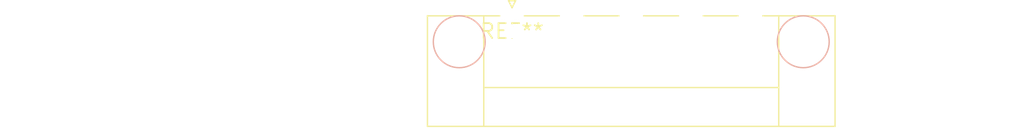
<source format=kicad_pcb>
(kicad_pcb (version 20240108) (generator pcbnew)
  (layers (0 "F.Cu" signal) (31 "B.Cu" signal) (34 "B.Paste" user) (35 "F.Paste" user) (36 "B.SilkS" user "B.Silkscreen") (37 "F.SilkS" user "F.Silkscreen") (38 "B.Mask" user) (39 "F.Mask" user) (44 "Edge.Cuts" user))
  (net 0 "")
  (footprint "PhoenixContact_MC_1,5_5-GF-5.08_1x05_P5.08mm_Horizontal_ThreadedFlange_MountHole" (layer "F.Cu") (at 0 0)
    (property "Reference" "REF**")
    (property "Value" "PhoenixContact_MC_1,5_5-GF-5.08_1x05_P5.08mm_Horizontal_ThreadedFlange_MountHole")
    (fp_circle (center -4.5 0.9) (end -2.29 0.9) (layer "B.SilkS") (stroke (width 0.12)) (fill none))
    (fp_circle (center 24.82 0.9) (end 27.03 0.9) (layer "B.SilkS") (stroke (width 0.12)) (fill none))
    (fp_line (start -7.21 -1.31) (end -7.21 8.11) (layer "F.SilkS") (stroke (width 0.12)))
    (fp_line (start -7.21 -1.31) (end -1.05 -1.31) (layer "F.SilkS") (stroke (width 0.12)))
    (fp_line (start -7.21 8.11) (end 27.53 8.11) (layer "F.SilkS") (stroke (width 0.12)))
    (fp_line (start -2.41 -1.31) (end -2.41 8.11) (layer "F.SilkS") (stroke (width 0.12)))
    (fp_line (start -2.41 4.8) (end 22.73 4.8) (layer "F.SilkS") (stroke (width 0.12)))
    (fp_line (start -0.3 -2.6) (end 0.3 -2.6) (layer "F.SilkS") (stroke (width 0.12)))
    (fp_line (start 0 -2) (end -0.3 -2.6) (layer "F.SilkS") (stroke (width 0.12)))
    (fp_line (start 0.3 -2.6) (end 0 -2) (layer "F.SilkS") (stroke (width 0.12)))
    (fp_line (start 1.05 -1.31) (end 4.03 -1.31) (layer "F.SilkS") (stroke (width 0.12)))
    (fp_line (start 6.13 -1.31) (end 9.11 -1.31) (layer "F.SilkS") (stroke (width 0.12)))
    (fp_line (start 11.21 -1.31) (end 14.19 -1.31) (layer "F.SilkS") (stroke (width 0.12)))
    (fp_line (start 16.29 -1.31) (end 19.27 -1.31) (layer "F.SilkS") (stroke (width 0.12)))
    (fp_line (start 22.73 -1.31) (end 22.73 8.11) (layer "F.SilkS") (stroke (width 0.12)))
    (fp_line (start 27.53 -1.31) (end 21.37 -1.31) (layer "F.SilkS") (stroke (width 0.12)))
    (fp_line (start 27.53 8.11) (end 27.53 -1.31) (layer "F.SilkS") (stroke (width 0.12)))
    (pad "" np_thru_hole circle (at -4.5 0.9) (size 2.4 2.4) (drill 2.4) (layers *.Cu *.Mask))
    (pad "" np_thru_hole circle (at 24.82 0.9) (size 2.4 2.4) (drill 2.4) (layers *.Cu *.Mask))
    (pad "1" thru_hole roundrect (at 0 0) (size 1.8 3.6) (drill 1.2) (layers *.Cu *.Mask) (remove_unused_layers) (roundrect_rratio 0.138889))
    (pad "2" thru_hole oval (at 5.08 0) (size 1.8 3.6) (drill 1.2) (layers *.Cu *.Mask) (remove_unused_layers))
    (pad "3" thru_hole oval (at 10.16 0) (size 1.8 3.6) (drill 1.2) (layers *.Cu *.Mask) (remove_unused_layers))
    (pad "4" thru_hole oval (at 15.24 0) (size 1.8 3.6) (drill 1.2) (layers *.Cu *.Mask) (remove_unused_layers))
    (pad "5" thru_hole oval (at 20.32 0) (size 1.8 3.6) (drill 1.2) (layers *.Cu *.Mask) (remove_unused_layers))
  )
)
</source>
